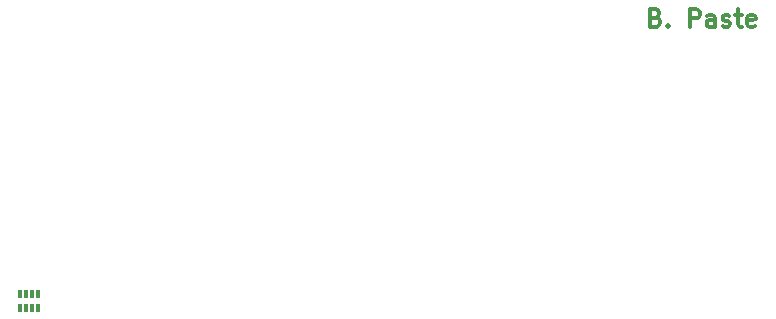
<source format=gbp>
G04 (created by PCBNEW (2013-07-07 BZR 4022)-stable) date 18/09/2013 13:21:15*
%MOIN*%
G04 Gerber Fmt 3.4, Leading zero omitted, Abs format*
%FSLAX34Y34*%
G01*
G70*
G90*
G04 APERTURE LIST*
%ADD10C,0.00590551*%
%ADD11C,0.011811*%
%ADD12R,0.0118X0.0256*%
G04 APERTURE END LIST*
G54D10*
G54D11*
X45303Y-9063D02*
X45388Y-9091D01*
X45416Y-9119D01*
X45444Y-9176D01*
X45444Y-9260D01*
X45416Y-9316D01*
X45388Y-9344D01*
X45331Y-9372D01*
X45106Y-9372D01*
X45106Y-8782D01*
X45303Y-8782D01*
X45359Y-8810D01*
X45388Y-8838D01*
X45416Y-8894D01*
X45416Y-8951D01*
X45388Y-9007D01*
X45359Y-9035D01*
X45303Y-9063D01*
X45106Y-9063D01*
X45697Y-9316D02*
X45725Y-9344D01*
X45697Y-9372D01*
X45669Y-9344D01*
X45697Y-9316D01*
X45697Y-9372D01*
X46428Y-9372D02*
X46428Y-8782D01*
X46653Y-8782D01*
X46709Y-8810D01*
X46737Y-8838D01*
X46766Y-8894D01*
X46766Y-8979D01*
X46737Y-9035D01*
X46709Y-9063D01*
X46653Y-9091D01*
X46428Y-9091D01*
X47272Y-9372D02*
X47272Y-9063D01*
X47244Y-9007D01*
X47187Y-8979D01*
X47075Y-8979D01*
X47019Y-9007D01*
X47272Y-9344D02*
X47215Y-9372D01*
X47075Y-9372D01*
X47019Y-9344D01*
X46991Y-9288D01*
X46991Y-9232D01*
X47019Y-9176D01*
X47075Y-9147D01*
X47215Y-9147D01*
X47272Y-9119D01*
X47525Y-9344D02*
X47581Y-9372D01*
X47694Y-9372D01*
X47750Y-9344D01*
X47778Y-9288D01*
X47778Y-9260D01*
X47750Y-9204D01*
X47694Y-9176D01*
X47609Y-9176D01*
X47553Y-9147D01*
X47525Y-9091D01*
X47525Y-9063D01*
X47553Y-9007D01*
X47609Y-8979D01*
X47694Y-8979D01*
X47750Y-9007D01*
X47947Y-8979D02*
X48172Y-8979D01*
X48031Y-8782D02*
X48031Y-9288D01*
X48059Y-9344D01*
X48115Y-9372D01*
X48172Y-9372D01*
X48593Y-9344D02*
X48537Y-9372D01*
X48425Y-9372D01*
X48368Y-9344D01*
X48340Y-9288D01*
X48340Y-9063D01*
X48368Y-9007D01*
X48425Y-8979D01*
X48537Y-8979D01*
X48593Y-9007D01*
X48622Y-9063D01*
X48622Y-9119D01*
X48340Y-9176D01*
G54D12*
X24704Y-18731D03*
X24507Y-18731D03*
X24310Y-18731D03*
X24113Y-18731D03*
X24113Y-18278D03*
X24310Y-18278D03*
X24507Y-18278D03*
X24704Y-18278D03*
M02*

</source>
